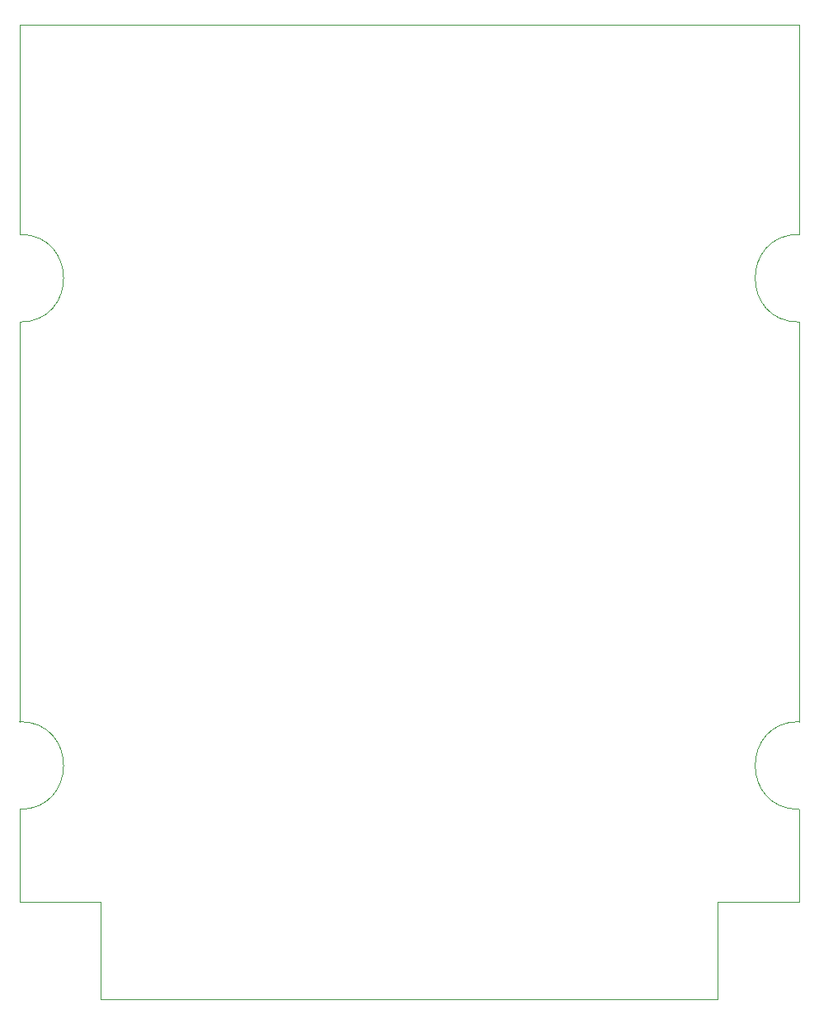
<source format=gbr>
G04 #@! TF.GenerationSoftware,KiCad,Pcbnew,(6.0.9)*
G04 #@! TF.CreationDate,2023-08-06T15:24:48+02:00*
G04 #@! TF.ProjectId,p2000t-multicartridge-zif,70323030-3074-42d6-9d75-6c7469636172,rev?*
G04 #@! TF.SameCoordinates,Original*
G04 #@! TF.FileFunction,Profile,NP*
%FSLAX46Y46*%
G04 Gerber Fmt 4.6, Leading zero omitted, Abs format (unit mm)*
G04 Created by KiCad (PCBNEW (6.0.9)) date 2023-08-06 15:24:48*
%MOMM*%
%LPD*%
G01*
G04 APERTURE LIST*
G04 #@! TA.AperFunction,Profile*
%ADD10C,0.050000*%
G04 #@! TD*
G04 APERTURE END LIST*
D10*
X43147000Y-63645000D02*
X43147000Y-59145000D01*
X43147000Y-109145000D02*
X43147000Y-113645000D01*
X43147000Y-124645000D02*
G75*
G03*
X43147000Y-115645000I0J4500000D01*
G01*
X43147000Y-114145000D02*
X43147000Y-113645000D01*
X43147000Y-127145000D02*
X43147000Y-124645000D01*
X43147000Y-115645000D02*
X43147000Y-114145000D01*
X43147000Y-74645000D02*
G75*
G03*
X43147000Y-65645000I0J4500000D01*
G01*
X123147000Y-127145000D02*
X123147000Y-124645000D01*
X43147000Y-109145000D02*
X43147000Y-74645000D01*
X43147000Y-65645000D02*
X43147000Y-63645000D01*
X123147000Y-134145000D02*
X123147000Y-127145000D01*
X43147000Y-44145000D02*
X43147000Y-59145000D01*
X43147000Y-134145000D02*
X43147000Y-127145000D01*
X123147000Y-74745000D02*
X123147000Y-74645000D01*
X123147000Y-115645000D02*
X123147000Y-110045000D01*
X123147000Y-100457000D02*
X123147001Y-94845000D01*
X123147001Y-83445001D02*
X123147000Y-77845000D01*
X123147000Y-63445000D02*
X123147000Y-57845000D01*
X114808000Y-134145000D02*
X115147000Y-134145000D01*
X114808000Y-144145000D02*
X51435000Y-144145000D01*
X51147000Y-134145000D02*
X51435000Y-134145000D01*
X51147000Y-134145000D02*
X43147000Y-134145000D01*
X123147000Y-110045000D02*
X123147000Y-100457000D01*
X123147000Y-56145000D02*
X123147000Y-44145000D01*
X123147000Y-44145000D02*
X43147000Y-44145000D01*
X123147000Y-74745000D02*
X123147000Y-77845000D01*
X51435000Y-144145000D02*
X51435000Y-134145000D01*
X114808000Y-144145000D02*
X114808000Y-134145000D01*
X123147000Y-65645000D02*
G75*
G03*
X123147000Y-74645000I0J-4500000D01*
G01*
X123147000Y-56145000D02*
X123147000Y-57845000D01*
X115147000Y-134145000D02*
X123147000Y-134145000D01*
X123147000Y-115645000D02*
G75*
G03*
X123147000Y-124645000I0J-4500000D01*
G01*
X123147000Y-65645000D02*
X123147000Y-63445000D01*
X123147001Y-83445001D02*
X123147001Y-94845000D01*
M02*

</source>
